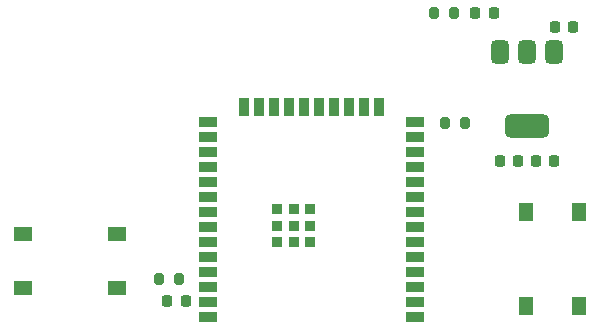
<source format=gbr>
%TF.GenerationSoftware,KiCad,Pcbnew,9.0.6*%
%TF.CreationDate,2025-12-21T22:24:18+01:00*%
%TF.ProjectId,drone_v2,64726f6e-655f-4763-922e-6b696361645f,rev?*%
%TF.SameCoordinates,Original*%
%TF.FileFunction,Paste,Bot*%
%TF.FilePolarity,Positive*%
%FSLAX46Y46*%
G04 Gerber Fmt 4.6, Leading zero omitted, Abs format (unit mm)*
G04 Created by KiCad (PCBNEW 9.0.6) date 2025-12-21 22:24:18*
%MOMM*%
%LPD*%
G01*
G04 APERTURE LIST*
G04 Aperture macros list*
%AMRoundRect*
0 Rectangle with rounded corners*
0 $1 Rounding radius*
0 $2 $3 $4 $5 $6 $7 $8 $9 X,Y pos of 4 corners*
0 Add a 4 corners polygon primitive as box body*
4,1,4,$2,$3,$4,$5,$6,$7,$8,$9,$2,$3,0*
0 Add four circle primitives for the rounded corners*
1,1,$1+$1,$2,$3*
1,1,$1+$1,$4,$5*
1,1,$1+$1,$6,$7*
1,1,$1+$1,$8,$9*
0 Add four rect primitives between the rounded corners*
20,1,$1+$1,$2,$3,$4,$5,0*
20,1,$1+$1,$4,$5,$6,$7,0*
20,1,$1+$1,$6,$7,$8,$9,0*
20,1,$1+$1,$8,$9,$2,$3,0*%
G04 Aperture macros list end*
%ADD10RoundRect,0.218750X0.218750X0.256250X-0.218750X0.256250X-0.218750X-0.256250X0.218750X-0.256250X0*%
%ADD11RoundRect,0.200000X-0.200000X-0.275000X0.200000X-0.275000X0.200000X0.275000X-0.200000X0.275000X0*%
%ADD12R,1.550000X1.300000*%
%ADD13RoundRect,0.225000X0.225000X0.250000X-0.225000X0.250000X-0.225000X-0.250000X0.225000X-0.250000X0*%
%ADD14R,1.300000X1.550000*%
%ADD15RoundRect,0.225000X-0.225000X-0.250000X0.225000X-0.250000X0.225000X0.250000X-0.225000X0.250000X0*%
%ADD16RoundRect,0.375000X-0.375000X0.625000X-0.375000X-0.625000X0.375000X-0.625000X0.375000X0.625000X0*%
%ADD17RoundRect,0.500000X-1.400000X0.500000X-1.400000X-0.500000X1.400000X-0.500000X1.400000X0.500000X0*%
%ADD18R,1.500000X0.900000*%
%ADD19R,0.900000X1.500000*%
%ADD20R,0.900000X0.900000*%
G04 APERTURE END LIST*
D10*
%TO.C,D1*%
X180812500Y-48150000D03*
X179237500Y-48150000D03*
%TD*%
D11*
%TO.C,R5*%
X175750000Y-48175000D03*
X177400000Y-48175000D03*
%TD*%
D12*
%TO.C,SW2*%
X148925000Y-66900000D03*
X140975000Y-66900000D03*
X148925000Y-71400000D03*
X140975000Y-71400000D03*
%TD*%
D13*
%TO.C,C4*%
X187500000Y-49350000D03*
X185950000Y-49350000D03*
%TD*%
D14*
%TO.C,SW1*%
X183500000Y-64975000D03*
X183500000Y-72925000D03*
X188000000Y-64975000D03*
X188000000Y-72925000D03*
%TD*%
D15*
%TO.C,C7*%
X181300000Y-60650000D03*
X182850000Y-60650000D03*
%TD*%
D16*
%TO.C,U3*%
X181300000Y-51450000D03*
X183600000Y-51450000D03*
D17*
X183600000Y-57750000D03*
D16*
X185900000Y-51450000D03*
%TD*%
D18*
%TO.C,U1*%
X156600000Y-73870000D03*
X156600000Y-72600000D03*
X156600000Y-71330000D03*
X156600000Y-70060000D03*
X156600000Y-68790000D03*
X156600000Y-67520000D03*
X156600000Y-66250000D03*
X156600000Y-64980000D03*
X156600000Y-63710000D03*
X156600000Y-62440000D03*
X156600000Y-61170000D03*
X156600000Y-59900000D03*
X156600000Y-58630000D03*
X156600000Y-57360000D03*
D19*
X159635000Y-56110000D03*
X160905000Y-56110000D03*
X162175000Y-56110000D03*
X163445000Y-56110000D03*
X164715000Y-56110000D03*
X165985000Y-56110000D03*
X167255000Y-56110000D03*
X168525000Y-56110000D03*
X169795000Y-56110000D03*
X171065000Y-56110000D03*
D18*
X174100000Y-57360000D03*
X174100000Y-58630000D03*
X174100000Y-59900000D03*
X174100000Y-61170000D03*
X174100000Y-62440000D03*
X174100000Y-63710000D03*
X174100000Y-64980000D03*
X174100000Y-66250000D03*
X174100000Y-67520000D03*
X174100000Y-68790000D03*
X174100000Y-70060000D03*
X174100000Y-71330000D03*
X174100000Y-72600000D03*
X174100000Y-73870000D03*
D20*
X162450000Y-64750000D03*
X162450000Y-66150000D03*
X162450000Y-67550000D03*
X163850000Y-64750000D03*
X163850000Y-66150000D03*
X163850000Y-67550000D03*
X165250000Y-64750000D03*
X165250000Y-66150000D03*
X165250000Y-67550000D03*
%TD*%
D15*
%TO.C,C6*%
X153150000Y-72500000D03*
X154700000Y-72500000D03*
%TD*%
D13*
%TO.C,C5*%
X185900000Y-60650000D03*
X184350000Y-60650000D03*
%TD*%
D11*
%TO.C,R1*%
X152475000Y-70700000D03*
X154125000Y-70700000D03*
%TD*%
%TO.C,R2*%
X176675000Y-57500000D03*
X178325000Y-57500000D03*
%TD*%
M02*

</source>
